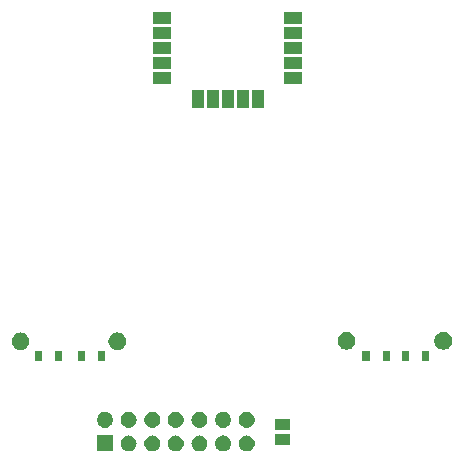
<source format=gbs>
G04 #@! TF.GenerationSoftware,KiCad,Pcbnew,5.0.1-33cea8e~68~ubuntu16.04.1*
G04 #@! TF.CreationDate,2018-11-21T16:27:54+02:00*
G04 #@! TF.ProjectId,livolo_2_channels_1way_eu_switch,6C69766F6C6F5F325F6368616E6E656C,rev?*
G04 #@! TF.SameCoordinates,Original*
G04 #@! TF.FileFunction,Soldermask,Bot*
G04 #@! TF.FilePolarity,Negative*
%FSLAX46Y46*%
G04 Gerber Fmt 4.6, Leading zero omitted, Abs format (unit mm)*
G04 Created by KiCad (PCBNEW 5.0.1-33cea8e~68~ubuntu16.04.1) date Wed 21 Nov 2018 16:27:54 EET*
%MOMM*%
%LPD*%
G01*
G04 APERTURE LIST*
%ADD10C,0.100000*%
G04 APERTURE END LIST*
D10*
G36*
X143782323Y-108884767D02*
X143909561Y-108923364D01*
X144026824Y-108986042D01*
X144129606Y-109070394D01*
X144213958Y-109173176D01*
X144276636Y-109290439D01*
X144315233Y-109417677D01*
X144328266Y-109550000D01*
X144315233Y-109682323D01*
X144276636Y-109809561D01*
X144213958Y-109926824D01*
X144129606Y-110029606D01*
X144026824Y-110113958D01*
X143909561Y-110176636D01*
X143782323Y-110215233D01*
X143683159Y-110225000D01*
X143616841Y-110225000D01*
X143517677Y-110215233D01*
X143390439Y-110176636D01*
X143273176Y-110113958D01*
X143170394Y-110029606D01*
X143086042Y-109926824D01*
X143023364Y-109809561D01*
X142984767Y-109682323D01*
X142971734Y-109550000D01*
X142984767Y-109417677D01*
X143023364Y-109290439D01*
X143086042Y-109173176D01*
X143170394Y-109070394D01*
X143273176Y-108986042D01*
X143390439Y-108923364D01*
X143517677Y-108884767D01*
X143616841Y-108875000D01*
X143683159Y-108875000D01*
X143782323Y-108884767D01*
X143782323Y-108884767D01*
G37*
G36*
X139782323Y-108884767D02*
X139909561Y-108923364D01*
X140026824Y-108986042D01*
X140129606Y-109070394D01*
X140213958Y-109173176D01*
X140276636Y-109290439D01*
X140315233Y-109417677D01*
X140328266Y-109550000D01*
X140315233Y-109682323D01*
X140276636Y-109809561D01*
X140213958Y-109926824D01*
X140129606Y-110029606D01*
X140026824Y-110113958D01*
X139909561Y-110176636D01*
X139782323Y-110215233D01*
X139683159Y-110225000D01*
X139616841Y-110225000D01*
X139517677Y-110215233D01*
X139390439Y-110176636D01*
X139273176Y-110113958D01*
X139170394Y-110029606D01*
X139086042Y-109926824D01*
X139023364Y-109809561D01*
X138984767Y-109682323D01*
X138971734Y-109550000D01*
X138984767Y-109417677D01*
X139023364Y-109290439D01*
X139086042Y-109173176D01*
X139170394Y-109070394D01*
X139273176Y-108986042D01*
X139390439Y-108923364D01*
X139517677Y-108884767D01*
X139616841Y-108875000D01*
X139683159Y-108875000D01*
X139782323Y-108884767D01*
X139782323Y-108884767D01*
G37*
G36*
X137782323Y-108884767D02*
X137909561Y-108923364D01*
X138026824Y-108986042D01*
X138129606Y-109070394D01*
X138213958Y-109173176D01*
X138276636Y-109290439D01*
X138315233Y-109417677D01*
X138328266Y-109550000D01*
X138315233Y-109682323D01*
X138276636Y-109809561D01*
X138213958Y-109926824D01*
X138129606Y-110029606D01*
X138026824Y-110113958D01*
X137909561Y-110176636D01*
X137782323Y-110215233D01*
X137683159Y-110225000D01*
X137616841Y-110225000D01*
X137517677Y-110215233D01*
X137390439Y-110176636D01*
X137273176Y-110113958D01*
X137170394Y-110029606D01*
X137086042Y-109926824D01*
X137023364Y-109809561D01*
X136984767Y-109682323D01*
X136971734Y-109550000D01*
X136984767Y-109417677D01*
X137023364Y-109290439D01*
X137086042Y-109173176D01*
X137170394Y-109070394D01*
X137273176Y-108986042D01*
X137390439Y-108923364D01*
X137517677Y-108884767D01*
X137616841Y-108875000D01*
X137683159Y-108875000D01*
X137782323Y-108884767D01*
X137782323Y-108884767D01*
G37*
G36*
X135782323Y-108884767D02*
X135909561Y-108923364D01*
X136026824Y-108986042D01*
X136129606Y-109070394D01*
X136213958Y-109173176D01*
X136276636Y-109290439D01*
X136315233Y-109417677D01*
X136328266Y-109550000D01*
X136315233Y-109682323D01*
X136276636Y-109809561D01*
X136213958Y-109926824D01*
X136129606Y-110029606D01*
X136026824Y-110113958D01*
X135909561Y-110176636D01*
X135782323Y-110215233D01*
X135683159Y-110225000D01*
X135616841Y-110225000D01*
X135517677Y-110215233D01*
X135390439Y-110176636D01*
X135273176Y-110113958D01*
X135170394Y-110029606D01*
X135086042Y-109926824D01*
X135023364Y-109809561D01*
X134984767Y-109682323D01*
X134971734Y-109550000D01*
X134984767Y-109417677D01*
X135023364Y-109290439D01*
X135086042Y-109173176D01*
X135170394Y-109070394D01*
X135273176Y-108986042D01*
X135390439Y-108923364D01*
X135517677Y-108884767D01*
X135616841Y-108875000D01*
X135683159Y-108875000D01*
X135782323Y-108884767D01*
X135782323Y-108884767D01*
G37*
G36*
X133782323Y-108884767D02*
X133909561Y-108923364D01*
X134026824Y-108986042D01*
X134129606Y-109070394D01*
X134213958Y-109173176D01*
X134276636Y-109290439D01*
X134315233Y-109417677D01*
X134328266Y-109550000D01*
X134315233Y-109682323D01*
X134276636Y-109809561D01*
X134213958Y-109926824D01*
X134129606Y-110029606D01*
X134026824Y-110113958D01*
X133909561Y-110176636D01*
X133782323Y-110215233D01*
X133683159Y-110225000D01*
X133616841Y-110225000D01*
X133517677Y-110215233D01*
X133390439Y-110176636D01*
X133273176Y-110113958D01*
X133170394Y-110029606D01*
X133086042Y-109926824D01*
X133023364Y-109809561D01*
X132984767Y-109682323D01*
X132971734Y-109550000D01*
X132984767Y-109417677D01*
X133023364Y-109290439D01*
X133086042Y-109173176D01*
X133170394Y-109070394D01*
X133273176Y-108986042D01*
X133390439Y-108923364D01*
X133517677Y-108884767D01*
X133616841Y-108875000D01*
X133683159Y-108875000D01*
X133782323Y-108884767D01*
X133782323Y-108884767D01*
G37*
G36*
X132325000Y-110225000D02*
X130975000Y-110225000D01*
X130975000Y-108875000D01*
X132325000Y-108875000D01*
X132325000Y-110225000D01*
X132325000Y-110225000D01*
G37*
G36*
X141782323Y-108884767D02*
X141909561Y-108923364D01*
X142026824Y-108986042D01*
X142129606Y-109070394D01*
X142213958Y-109173176D01*
X142276636Y-109290439D01*
X142315233Y-109417677D01*
X142328266Y-109550000D01*
X142315233Y-109682323D01*
X142276636Y-109809561D01*
X142213958Y-109926824D01*
X142129606Y-110029606D01*
X142026824Y-110113958D01*
X141909561Y-110176636D01*
X141782323Y-110215233D01*
X141683159Y-110225000D01*
X141616841Y-110225000D01*
X141517677Y-110215233D01*
X141390439Y-110176636D01*
X141273176Y-110113958D01*
X141170394Y-110029606D01*
X141086042Y-109926824D01*
X141023364Y-109809561D01*
X140984767Y-109682323D01*
X140971734Y-109550000D01*
X140984767Y-109417677D01*
X141023364Y-109290439D01*
X141086042Y-109173176D01*
X141170394Y-109070394D01*
X141273176Y-108986042D01*
X141390439Y-108923364D01*
X141517677Y-108884767D01*
X141616841Y-108875000D01*
X141683159Y-108875000D01*
X141782323Y-108884767D01*
X141782323Y-108884767D01*
G37*
G36*
X147335000Y-109725000D02*
X146065000Y-109725000D01*
X146065000Y-108755000D01*
X147335000Y-108755000D01*
X147335000Y-109725000D01*
X147335000Y-109725000D01*
G37*
G36*
X147335000Y-108445000D02*
X146065000Y-108445000D01*
X146065000Y-107475000D01*
X147335000Y-107475000D01*
X147335000Y-108445000D01*
X147335000Y-108445000D01*
G37*
G36*
X143782323Y-106884767D02*
X143909561Y-106923364D01*
X144026824Y-106986042D01*
X144129606Y-107070394D01*
X144213958Y-107173176D01*
X144276636Y-107290439D01*
X144315233Y-107417677D01*
X144328266Y-107550000D01*
X144315233Y-107682323D01*
X144276636Y-107809561D01*
X144213958Y-107926824D01*
X144129606Y-108029606D01*
X144026824Y-108113958D01*
X143909561Y-108176636D01*
X143782323Y-108215233D01*
X143683159Y-108225000D01*
X143616841Y-108225000D01*
X143517677Y-108215233D01*
X143390439Y-108176636D01*
X143273176Y-108113958D01*
X143170394Y-108029606D01*
X143086042Y-107926824D01*
X143023364Y-107809561D01*
X142984767Y-107682323D01*
X142971734Y-107550000D01*
X142984767Y-107417677D01*
X143023364Y-107290439D01*
X143086042Y-107173176D01*
X143170394Y-107070394D01*
X143273176Y-106986042D01*
X143390439Y-106923364D01*
X143517677Y-106884767D01*
X143616841Y-106875000D01*
X143683159Y-106875000D01*
X143782323Y-106884767D01*
X143782323Y-106884767D01*
G37*
G36*
X131782323Y-106884767D02*
X131909561Y-106923364D01*
X132026824Y-106986042D01*
X132129606Y-107070394D01*
X132213958Y-107173176D01*
X132276636Y-107290439D01*
X132315233Y-107417677D01*
X132328266Y-107550000D01*
X132315233Y-107682323D01*
X132276636Y-107809561D01*
X132213958Y-107926824D01*
X132129606Y-108029606D01*
X132026824Y-108113958D01*
X131909561Y-108176636D01*
X131782323Y-108215233D01*
X131683159Y-108225000D01*
X131616841Y-108225000D01*
X131517677Y-108215233D01*
X131390439Y-108176636D01*
X131273176Y-108113958D01*
X131170394Y-108029606D01*
X131086042Y-107926824D01*
X131023364Y-107809561D01*
X130984767Y-107682323D01*
X130971734Y-107550000D01*
X130984767Y-107417677D01*
X131023364Y-107290439D01*
X131086042Y-107173176D01*
X131170394Y-107070394D01*
X131273176Y-106986042D01*
X131390439Y-106923364D01*
X131517677Y-106884767D01*
X131616841Y-106875000D01*
X131683159Y-106875000D01*
X131782323Y-106884767D01*
X131782323Y-106884767D01*
G37*
G36*
X135782323Y-106884767D02*
X135909561Y-106923364D01*
X136026824Y-106986042D01*
X136129606Y-107070394D01*
X136213958Y-107173176D01*
X136276636Y-107290439D01*
X136315233Y-107417677D01*
X136328266Y-107550000D01*
X136315233Y-107682323D01*
X136276636Y-107809561D01*
X136213958Y-107926824D01*
X136129606Y-108029606D01*
X136026824Y-108113958D01*
X135909561Y-108176636D01*
X135782323Y-108215233D01*
X135683159Y-108225000D01*
X135616841Y-108225000D01*
X135517677Y-108215233D01*
X135390439Y-108176636D01*
X135273176Y-108113958D01*
X135170394Y-108029606D01*
X135086042Y-107926824D01*
X135023364Y-107809561D01*
X134984767Y-107682323D01*
X134971734Y-107550000D01*
X134984767Y-107417677D01*
X135023364Y-107290439D01*
X135086042Y-107173176D01*
X135170394Y-107070394D01*
X135273176Y-106986042D01*
X135390439Y-106923364D01*
X135517677Y-106884767D01*
X135616841Y-106875000D01*
X135683159Y-106875000D01*
X135782323Y-106884767D01*
X135782323Y-106884767D01*
G37*
G36*
X133782323Y-106884767D02*
X133909561Y-106923364D01*
X134026824Y-106986042D01*
X134129606Y-107070394D01*
X134213958Y-107173176D01*
X134276636Y-107290439D01*
X134315233Y-107417677D01*
X134328266Y-107550000D01*
X134315233Y-107682323D01*
X134276636Y-107809561D01*
X134213958Y-107926824D01*
X134129606Y-108029606D01*
X134026824Y-108113958D01*
X133909561Y-108176636D01*
X133782323Y-108215233D01*
X133683159Y-108225000D01*
X133616841Y-108225000D01*
X133517677Y-108215233D01*
X133390439Y-108176636D01*
X133273176Y-108113958D01*
X133170394Y-108029606D01*
X133086042Y-107926824D01*
X133023364Y-107809561D01*
X132984767Y-107682323D01*
X132971734Y-107550000D01*
X132984767Y-107417677D01*
X133023364Y-107290439D01*
X133086042Y-107173176D01*
X133170394Y-107070394D01*
X133273176Y-106986042D01*
X133390439Y-106923364D01*
X133517677Y-106884767D01*
X133616841Y-106875000D01*
X133683159Y-106875000D01*
X133782323Y-106884767D01*
X133782323Y-106884767D01*
G37*
G36*
X137782323Y-106884767D02*
X137909561Y-106923364D01*
X138026824Y-106986042D01*
X138129606Y-107070394D01*
X138213958Y-107173176D01*
X138276636Y-107290439D01*
X138315233Y-107417677D01*
X138328266Y-107550000D01*
X138315233Y-107682323D01*
X138276636Y-107809561D01*
X138213958Y-107926824D01*
X138129606Y-108029606D01*
X138026824Y-108113958D01*
X137909561Y-108176636D01*
X137782323Y-108215233D01*
X137683159Y-108225000D01*
X137616841Y-108225000D01*
X137517677Y-108215233D01*
X137390439Y-108176636D01*
X137273176Y-108113958D01*
X137170394Y-108029606D01*
X137086042Y-107926824D01*
X137023364Y-107809561D01*
X136984767Y-107682323D01*
X136971734Y-107550000D01*
X136984767Y-107417677D01*
X137023364Y-107290439D01*
X137086042Y-107173176D01*
X137170394Y-107070394D01*
X137273176Y-106986042D01*
X137390439Y-106923364D01*
X137517677Y-106884767D01*
X137616841Y-106875000D01*
X137683159Y-106875000D01*
X137782323Y-106884767D01*
X137782323Y-106884767D01*
G37*
G36*
X139782323Y-106884767D02*
X139909561Y-106923364D01*
X140026824Y-106986042D01*
X140129606Y-107070394D01*
X140213958Y-107173176D01*
X140276636Y-107290439D01*
X140315233Y-107417677D01*
X140328266Y-107550000D01*
X140315233Y-107682323D01*
X140276636Y-107809561D01*
X140213958Y-107926824D01*
X140129606Y-108029606D01*
X140026824Y-108113958D01*
X139909561Y-108176636D01*
X139782323Y-108215233D01*
X139683159Y-108225000D01*
X139616841Y-108225000D01*
X139517677Y-108215233D01*
X139390439Y-108176636D01*
X139273176Y-108113958D01*
X139170394Y-108029606D01*
X139086042Y-107926824D01*
X139023364Y-107809561D01*
X138984767Y-107682323D01*
X138971734Y-107550000D01*
X138984767Y-107417677D01*
X139023364Y-107290439D01*
X139086042Y-107173176D01*
X139170394Y-107070394D01*
X139273176Y-106986042D01*
X139390439Y-106923364D01*
X139517677Y-106884767D01*
X139616841Y-106875000D01*
X139683159Y-106875000D01*
X139782323Y-106884767D01*
X139782323Y-106884767D01*
G37*
G36*
X141782323Y-106884767D02*
X141909561Y-106923364D01*
X142026824Y-106986042D01*
X142129606Y-107070394D01*
X142213958Y-107173176D01*
X142276636Y-107290439D01*
X142315233Y-107417677D01*
X142328266Y-107550000D01*
X142315233Y-107682323D01*
X142276636Y-107809561D01*
X142213958Y-107926824D01*
X142129606Y-108029606D01*
X142026824Y-108113958D01*
X141909561Y-108176636D01*
X141782323Y-108215233D01*
X141683159Y-108225000D01*
X141616841Y-108225000D01*
X141517677Y-108215233D01*
X141390439Y-108176636D01*
X141273176Y-108113958D01*
X141170394Y-108029606D01*
X141086042Y-107926824D01*
X141023364Y-107809561D01*
X140984767Y-107682323D01*
X140971734Y-107550000D01*
X140984767Y-107417677D01*
X141023364Y-107290439D01*
X141086042Y-107173176D01*
X141170394Y-107070394D01*
X141273176Y-106986042D01*
X141390439Y-106923364D01*
X141517677Y-106884767D01*
X141616841Y-106875000D01*
X141683159Y-106875000D01*
X141782323Y-106884767D01*
X141782323Y-106884767D01*
G37*
G36*
X126300000Y-102550000D02*
X125700000Y-102550000D01*
X125700000Y-101750000D01*
X126300000Y-101750000D01*
X126300000Y-102550000D01*
X126300000Y-102550000D01*
G37*
G36*
X129950000Y-102550000D02*
X129350000Y-102550000D01*
X129350000Y-101750000D01*
X129950000Y-101750000D01*
X129950000Y-102550000D01*
X129950000Y-102550000D01*
G37*
G36*
X131650000Y-102550000D02*
X131050000Y-102550000D01*
X131050000Y-101750000D01*
X131650000Y-101750000D01*
X131650000Y-102550000D01*
X131650000Y-102550000D01*
G37*
G36*
X128000000Y-102550000D02*
X127400000Y-102550000D01*
X127400000Y-101750000D01*
X128000000Y-101750000D01*
X128000000Y-102550000D01*
X128000000Y-102550000D01*
G37*
G36*
X157400000Y-102550000D02*
X156800000Y-102550000D01*
X156800000Y-101750000D01*
X157400000Y-101750000D01*
X157400000Y-102550000D01*
X157400000Y-102550000D01*
G37*
G36*
X155750000Y-102550000D02*
X155150000Y-102550000D01*
X155150000Y-101750000D01*
X155750000Y-101750000D01*
X155750000Y-102550000D01*
X155750000Y-102550000D01*
G37*
G36*
X154050000Y-102550000D02*
X153450000Y-102550000D01*
X153450000Y-101750000D01*
X154050000Y-101750000D01*
X154050000Y-102550000D01*
X154050000Y-102550000D01*
G37*
G36*
X159100000Y-102550000D02*
X158500000Y-102550000D01*
X158500000Y-101750000D01*
X159100000Y-101750000D01*
X159100000Y-102550000D01*
X159100000Y-102550000D01*
G37*
G36*
X124646318Y-100164411D02*
X124718767Y-100178822D01*
X124775303Y-100202240D01*
X124855257Y-100235358D01*
X124978100Y-100317439D01*
X125082561Y-100421900D01*
X125164642Y-100544743D01*
X125197760Y-100624697D01*
X125200468Y-100631234D01*
X125221178Y-100681234D01*
X125250000Y-100826130D01*
X125250000Y-100973870D01*
X125221178Y-101118766D01*
X125164642Y-101255257D01*
X125082561Y-101378100D01*
X124978100Y-101482561D01*
X124855257Y-101564642D01*
X124775303Y-101597760D01*
X124718767Y-101621178D01*
X124646318Y-101635589D01*
X124573870Y-101650000D01*
X124426130Y-101650000D01*
X124353682Y-101635589D01*
X124281233Y-101621178D01*
X124224697Y-101597760D01*
X124144743Y-101564642D01*
X124021900Y-101482561D01*
X123917439Y-101378100D01*
X123835358Y-101255257D01*
X123778822Y-101118766D01*
X123750000Y-100973870D01*
X123750000Y-100826130D01*
X123778822Y-100681234D01*
X123799533Y-100631234D01*
X123802240Y-100624697D01*
X123835358Y-100544743D01*
X123917439Y-100421900D01*
X124021900Y-100317439D01*
X124144743Y-100235358D01*
X124224697Y-100202240D01*
X124281233Y-100178822D01*
X124353682Y-100164411D01*
X124426130Y-100150000D01*
X124573870Y-100150000D01*
X124646318Y-100164411D01*
X124646318Y-100164411D01*
G37*
G36*
X132846318Y-100164411D02*
X132918767Y-100178822D01*
X132975303Y-100202240D01*
X133055257Y-100235358D01*
X133178100Y-100317439D01*
X133282561Y-100421900D01*
X133364642Y-100544743D01*
X133397760Y-100624697D01*
X133400468Y-100631234D01*
X133421178Y-100681234D01*
X133450000Y-100826130D01*
X133450000Y-100973870D01*
X133421178Y-101118766D01*
X133364642Y-101255257D01*
X133282561Y-101378100D01*
X133178100Y-101482561D01*
X133055257Y-101564642D01*
X132975303Y-101597760D01*
X132918767Y-101621178D01*
X132846318Y-101635589D01*
X132773870Y-101650000D01*
X132626130Y-101650000D01*
X132553682Y-101635589D01*
X132481233Y-101621178D01*
X132424697Y-101597760D01*
X132344743Y-101564642D01*
X132221900Y-101482561D01*
X132117439Y-101378100D01*
X132035358Y-101255257D01*
X131978822Y-101118766D01*
X131950000Y-100973870D01*
X131950000Y-100826130D01*
X131978822Y-100681234D01*
X131999533Y-100631234D01*
X132002240Y-100624697D01*
X132035358Y-100544743D01*
X132117439Y-100421900D01*
X132221900Y-100317439D01*
X132344743Y-100235358D01*
X132424697Y-100202240D01*
X132481233Y-100178822D01*
X132553682Y-100164411D01*
X132626130Y-100150000D01*
X132773870Y-100150000D01*
X132846318Y-100164411D01*
X132846318Y-100164411D01*
G37*
G36*
X160446318Y-100114411D02*
X160518767Y-100128822D01*
X160569895Y-100150000D01*
X160655257Y-100185358D01*
X160778100Y-100267439D01*
X160882561Y-100371900D01*
X160964642Y-100494743D01*
X160997760Y-100574697D01*
X161021178Y-100631233D01*
X161050000Y-100776131D01*
X161050000Y-100923869D01*
X161021178Y-101068767D01*
X161000467Y-101118767D01*
X160964642Y-101205257D01*
X160882561Y-101328100D01*
X160778100Y-101432561D01*
X160655257Y-101514642D01*
X160575303Y-101547760D01*
X160518767Y-101571178D01*
X160446318Y-101585589D01*
X160373870Y-101600000D01*
X160226130Y-101600000D01*
X160153682Y-101585589D01*
X160081233Y-101571178D01*
X160024697Y-101547760D01*
X159944743Y-101514642D01*
X159821900Y-101432561D01*
X159717439Y-101328100D01*
X159635358Y-101205257D01*
X159599533Y-101118767D01*
X159578822Y-101068767D01*
X159550000Y-100923869D01*
X159550000Y-100776131D01*
X159578822Y-100631233D01*
X159602240Y-100574697D01*
X159635358Y-100494743D01*
X159717439Y-100371900D01*
X159821900Y-100267439D01*
X159944743Y-100185358D01*
X160030105Y-100150000D01*
X160081233Y-100128822D01*
X160153682Y-100114411D01*
X160226130Y-100100000D01*
X160373870Y-100100000D01*
X160446318Y-100114411D01*
X160446318Y-100114411D01*
G37*
G36*
X152246318Y-100114411D02*
X152318767Y-100128822D01*
X152369895Y-100150000D01*
X152455257Y-100185358D01*
X152578100Y-100267439D01*
X152682561Y-100371900D01*
X152764642Y-100494743D01*
X152797760Y-100574697D01*
X152821178Y-100631233D01*
X152850000Y-100776131D01*
X152850000Y-100923869D01*
X152821178Y-101068767D01*
X152800467Y-101118767D01*
X152764642Y-101205257D01*
X152682561Y-101328100D01*
X152578100Y-101432561D01*
X152455257Y-101514642D01*
X152375303Y-101547760D01*
X152318767Y-101571178D01*
X152246318Y-101585589D01*
X152173870Y-101600000D01*
X152026130Y-101600000D01*
X151953682Y-101585589D01*
X151881233Y-101571178D01*
X151824697Y-101547760D01*
X151744743Y-101514642D01*
X151621900Y-101432561D01*
X151517439Y-101328100D01*
X151435358Y-101205257D01*
X151399533Y-101118767D01*
X151378822Y-101068767D01*
X151350000Y-100923869D01*
X151350000Y-100776131D01*
X151378822Y-100631233D01*
X151402240Y-100574697D01*
X151435358Y-100494743D01*
X151517439Y-100371900D01*
X151621900Y-100267439D01*
X151744743Y-100185358D01*
X151830105Y-100150000D01*
X151881233Y-100128822D01*
X151953682Y-100114411D01*
X152026130Y-100100000D01*
X152173870Y-100100000D01*
X152246318Y-100114411D01*
X152246318Y-100114411D01*
G37*
G36*
X141290000Y-81150000D02*
X140290000Y-81150000D01*
X140290000Y-79650000D01*
X141290000Y-79650000D01*
X141290000Y-81150000D01*
X141290000Y-81150000D01*
G37*
G36*
X143830000Y-81150000D02*
X142830000Y-81150000D01*
X142830000Y-79650000D01*
X143830000Y-79650000D01*
X143830000Y-81150000D01*
X143830000Y-81150000D01*
G37*
G36*
X142560000Y-81150000D02*
X141560000Y-81150000D01*
X141560000Y-79650000D01*
X142560000Y-79650000D01*
X142560000Y-81150000D01*
X142560000Y-81150000D01*
G37*
G36*
X145100000Y-81150000D02*
X144100000Y-81150000D01*
X144100000Y-79650000D01*
X145100000Y-79650000D01*
X145100000Y-81150000D01*
X145100000Y-81150000D01*
G37*
G36*
X140020000Y-81150000D02*
X139020000Y-81150000D01*
X139020000Y-79650000D01*
X140020000Y-79650000D01*
X140020000Y-81150000D01*
X140020000Y-81150000D01*
G37*
G36*
X137250000Y-79080000D02*
X135750000Y-79080000D01*
X135750000Y-78080000D01*
X137250000Y-78080000D01*
X137250000Y-79080000D01*
X137250000Y-79080000D01*
G37*
G36*
X148350000Y-79080000D02*
X146850000Y-79080000D01*
X146850000Y-78080000D01*
X148350000Y-78080000D01*
X148350000Y-79080000D01*
X148350000Y-79080000D01*
G37*
G36*
X137250000Y-77810000D02*
X135750000Y-77810000D01*
X135750000Y-76810000D01*
X137250000Y-76810000D01*
X137250000Y-77810000D01*
X137250000Y-77810000D01*
G37*
G36*
X148350000Y-77810000D02*
X146850000Y-77810000D01*
X146850000Y-76810000D01*
X148350000Y-76810000D01*
X148350000Y-77810000D01*
X148350000Y-77810000D01*
G37*
G36*
X137250000Y-76540000D02*
X135750000Y-76540000D01*
X135750000Y-75540000D01*
X137250000Y-75540000D01*
X137250000Y-76540000D01*
X137250000Y-76540000D01*
G37*
G36*
X148350000Y-76540000D02*
X146850000Y-76540000D01*
X146850000Y-75540000D01*
X148350000Y-75540000D01*
X148350000Y-76540000D01*
X148350000Y-76540000D01*
G37*
G36*
X137250000Y-75270000D02*
X135750000Y-75270000D01*
X135750000Y-74270000D01*
X137250000Y-74270000D01*
X137250000Y-75270000D01*
X137250000Y-75270000D01*
G37*
G36*
X148350000Y-75270000D02*
X146850000Y-75270000D01*
X146850000Y-74270000D01*
X148350000Y-74270000D01*
X148350000Y-75270000D01*
X148350000Y-75270000D01*
G37*
G36*
X148350000Y-74000000D02*
X146850000Y-74000000D01*
X146850000Y-73000000D01*
X148350000Y-73000000D01*
X148350000Y-74000000D01*
X148350000Y-74000000D01*
G37*
G36*
X137250000Y-74000000D02*
X135750000Y-74000000D01*
X135750000Y-73000000D01*
X137250000Y-73000000D01*
X137250000Y-74000000D01*
X137250000Y-74000000D01*
G37*
M02*

</source>
